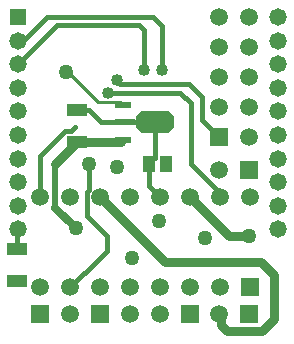
<source format=gtl>
%FSLAX24Y24*%
%MOIN*%
G70*
G01*
G75*
G04 Layer_Physical_Order=1*
G04 Layer_Color=255*
%ADD10R,0.0669X0.0433*%
G04:AMPARAMS|DCode=11|XSize=74.8mil|YSize=126mil|CornerRadius=0mil|HoleSize=0mil|Usage=FLASHONLY|Rotation=90.000|XOffset=0mil|YOffset=0mil|HoleType=Round|Shape=Octagon|*
%AMOCTAGOND11*
4,1,8,-0.0630,-0.0187,-0.0630,0.0187,-0.0443,0.0374,0.0443,0.0374,0.0630,0.0187,0.0630,-0.0187,0.0443,-0.0374,-0.0443,-0.0374,-0.0630,-0.0187,0.0*
%
%ADD11OCTAGOND11*%

%ADD12R,0.0551X0.0236*%
%ADD13R,0.0709X0.0236*%
%ADD14R,0.0433X0.0551*%
%ADD15C,0.0100*%
%ADD16C,0.0150*%
%ADD17C,0.0300*%
%ADD18C,0.0250*%
%ADD19C,0.0200*%
%ADD20R,0.0591X0.0591*%
%ADD21C,0.0591*%
%ADD22C,0.0580*%
%ADD23R,0.0580X0.0580*%
%ADD24R,0.0591X0.0591*%
%ADD25C,0.0500*%
%ADD26C,0.0400*%
D10*
X44040Y35989D02*
D03*
Y37051D02*
D03*
X42040Y31349D02*
D03*
Y32411D02*
D03*
D11*
X46634Y36640D02*
D03*
D12*
X45571Y36049D02*
D03*
Y37231D02*
D03*
D13*
X45650Y36640D02*
D03*
D14*
X47015Y35240D02*
D03*
X46425D02*
D03*
D15*
X44743Y37307D02*
X45494D01*
X43730Y38320D02*
X44743Y37307D01*
X43680Y38320D02*
X43730D01*
D16*
X45650Y36640D02*
X46634D01*
X44840D02*
X45650D01*
X44429Y37051D02*
X44840Y36640D01*
X44040Y37051D02*
X44429D01*
X42040Y32411D02*
Y33034D01*
X43820Y31140D02*
X44771Y32091D01*
X44773D01*
X45041Y32359D01*
Y32841D01*
X44370Y33512D02*
X45041Y32841D01*
X44370Y33512D02*
Y34327D01*
X44446Y34403D01*
Y35246D01*
X47840Y35240D02*
X48860Y34220D01*
X47840Y35240D02*
Y37280D01*
X47483Y37637D02*
X47840Y37280D01*
X45073Y37637D02*
X47483D01*
X48200Y36720D02*
X48760Y36160D01*
X48200Y36720D02*
Y37480D01*
X47760Y37920D02*
X48200Y37480D01*
X45480Y37920D02*
X47760D01*
X45360Y38040D02*
X45480Y37920D01*
X46280Y38400D02*
Y39720D01*
X46120Y39880D02*
X46280Y39720D01*
X43375Y39880D02*
X46120D01*
X42080Y38585D02*
X43375Y39880D01*
X46880Y38400D02*
Y39840D01*
X46560Y40160D02*
X46880Y39840D01*
X43040Y40160D02*
X46560D01*
X42253Y39373D02*
X43040Y40160D01*
X42080Y39373D02*
X42253D01*
X43840Y36360D02*
X43960Y36480D01*
X43641Y36360D02*
X43840D01*
X42820Y35539D02*
X43641Y36360D01*
X42820Y34140D02*
Y35539D01*
X46634Y35450D02*
Y36640D01*
X46425Y34535D02*
Y35240D01*
Y34535D02*
X46820Y34140D01*
D17*
X44040Y35989D02*
X45510D01*
X49120Y32840D02*
X49760D01*
X47820Y34140D02*
X49120Y32840D01*
X48840Y29880D02*
Y30280D01*
Y29880D02*
X49040Y29680D01*
X44820Y34140D02*
X46960Y32000D01*
X43320Y35268D02*
X44040Y35989D01*
X49040Y29680D02*
X50200D01*
X50600Y30080D01*
X46960Y32000D02*
X50160D01*
X50600Y31560D01*
Y30080D02*
Y31560D01*
D18*
X43320Y33800D02*
X44000Y33120D01*
D19*
X43320Y33800D02*
Y35268D01*
D20*
X44800Y30240D02*
D03*
X42800D02*
D03*
X47800D02*
D03*
X49760D02*
D03*
Y35040D02*
D03*
D21*
X45800Y30240D02*
D03*
X43800D02*
D03*
X46800D02*
D03*
X48760D02*
D03*
X42820Y34140D02*
D03*
X43820D02*
D03*
X44820D02*
D03*
X45820D02*
D03*
X46820D02*
D03*
X47820D02*
D03*
X48820D02*
D03*
X49820D02*
D03*
X42820Y31140D02*
D03*
X43820D02*
D03*
X44820D02*
D03*
X45820D02*
D03*
X46820D02*
D03*
X47820D02*
D03*
X48820D02*
D03*
X49760Y40160D02*
D03*
X48760D02*
D03*
X49760Y39160D02*
D03*
X48760D02*
D03*
X49760Y38160D02*
D03*
X48760D02*
D03*
X49760Y37160D02*
D03*
X48760D02*
D03*
X49760Y36160D02*
D03*
X48760Y35040D02*
D03*
D22*
X50741Y40160D02*
D03*
Y39373D02*
D03*
Y38585D02*
D03*
Y37798D02*
D03*
Y37011D02*
D03*
Y36223D02*
D03*
Y35436D02*
D03*
Y34649D02*
D03*
Y33861D02*
D03*
Y33074D02*
D03*
X42080D02*
D03*
Y33861D02*
D03*
Y34649D02*
D03*
Y35436D02*
D03*
Y36223D02*
D03*
Y37011D02*
D03*
Y37798D02*
D03*
Y38585D02*
D03*
Y39373D02*
D03*
D23*
Y40160D02*
D03*
D24*
X49820Y31140D02*
D03*
X48760Y36160D02*
D03*
D25*
X45360Y35160D02*
D03*
X49760Y32840D02*
D03*
X44446Y35246D02*
D03*
X43680Y38320D02*
D03*
X45880Y32120D02*
D03*
X48320Y32800D02*
D03*
X44000Y33120D02*
D03*
X46760Y33360D02*
D03*
D26*
X45360Y38040D02*
D03*
X45073Y37637D02*
D03*
X46880Y38400D02*
D03*
X46280D02*
D03*
M02*

</source>
